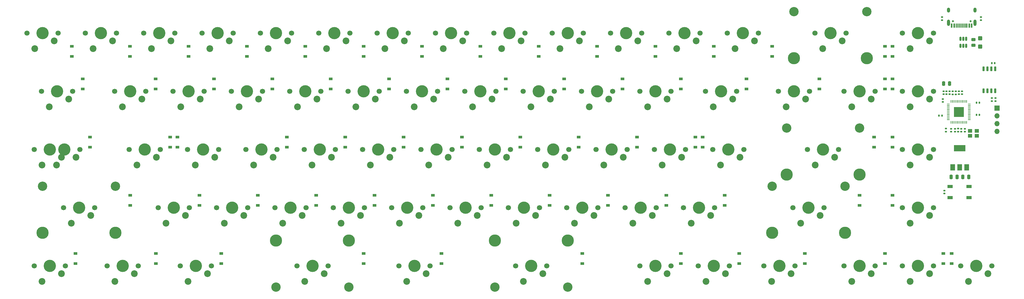
<source format=gbs>
%TF.GenerationSoftware,KiCad,Pcbnew,7.0.11*%
%TF.CreationDate,2024-04-25T10:19:36+05:30*%
%TF.ProjectId,Lexicon 69,4c657869-636f-46e2-9036-392e6b696361,rev?*%
%TF.SameCoordinates,Original*%
%TF.FileFunction,Soldermask,Bot*%
%TF.FilePolarity,Negative*%
%FSLAX46Y46*%
G04 Gerber Fmt 4.6, Leading zero omitted, Abs format (unit mm)*
G04 Created by KiCad (PCBNEW 7.0.11) date 2024-04-25 10:19:36*
%MOMM*%
%LPD*%
G01*
G04 APERTURE LIST*
G04 Aperture macros list*
%AMRoundRect*
0 Rectangle with rounded corners*
0 $1 Rounding radius*
0 $2 $3 $4 $5 $6 $7 $8 $9 X,Y pos of 4 corners*
0 Add a 4 corners polygon primitive as box body*
4,1,4,$2,$3,$4,$5,$6,$7,$8,$9,$2,$3,0*
0 Add four circle primitives for the rounded corners*
1,1,$1+$1,$2,$3*
1,1,$1+$1,$4,$5*
1,1,$1+$1,$6,$7*
1,1,$1+$1,$8,$9*
0 Add four rect primitives between the rounded corners*
20,1,$1+$1,$2,$3,$4,$5,0*
20,1,$1+$1,$4,$5,$6,$7,0*
20,1,$1+$1,$6,$7,$8,$9,0*
20,1,$1+$1,$8,$9,$2,$3,0*%
G04 Aperture macros list end*
%ADD10C,1.700000*%
%ADD11C,4.000000*%
%ADD12C,2.200000*%
%ADD13C,3.048000*%
%ADD14C,3.987800*%
%ADD15RoundRect,0.135000X0.185000X-0.135000X0.185000X0.135000X-0.185000X0.135000X-0.185000X-0.135000X0*%
%ADD16R,1.200000X0.900000*%
%ADD17RoundRect,0.140000X-0.140000X-0.170000X0.140000X-0.170000X0.140000X0.170000X-0.140000X0.170000X0*%
%ADD18RoundRect,0.250000X-0.250000X-0.475000X0.250000X-0.475000X0.250000X0.475000X-0.250000X0.475000X0*%
%ADD19RoundRect,0.140000X-0.170000X0.140000X-0.170000X-0.140000X0.170000X-0.140000X0.170000X0.140000X0*%
%ADD20R,1.400000X1.200000*%
%ADD21R,1.800000X1.100000*%
%ADD22R,1.700000X1.700000*%
%ADD23O,1.700000X1.700000*%
%ADD24RoundRect,0.140000X0.170000X-0.140000X0.170000X0.140000X-0.170000X0.140000X-0.170000X-0.140000X0*%
%ADD25RoundRect,0.140000X0.140000X0.170000X-0.140000X0.170000X-0.140000X-0.170000X0.140000X-0.170000X0*%
%ADD26RoundRect,0.135000X-0.185000X0.135000X-0.185000X-0.135000X0.185000X-0.135000X0.185000X0.135000X0*%
%ADD27RoundRect,0.250000X0.425000X-0.450000X0.425000X0.450000X-0.425000X0.450000X-0.425000X-0.450000X0*%
%ADD28R,1.500000X2.000000*%
%ADD29R,3.800000X2.000000*%
%ADD30RoundRect,0.050000X0.387500X0.050000X-0.387500X0.050000X-0.387500X-0.050000X0.387500X-0.050000X0*%
%ADD31RoundRect,0.050000X0.050000X0.387500X-0.050000X0.387500X-0.050000X-0.387500X0.050000X-0.387500X0*%
%ADD32R,3.200000X3.200000*%
%ADD33RoundRect,0.150000X0.150000X-0.650000X0.150000X0.650000X-0.150000X0.650000X-0.150000X-0.650000X0*%
%ADD34RoundRect,0.150000X0.150000X-0.512500X0.150000X0.512500X-0.150000X0.512500X-0.150000X-0.512500X0*%
%ADD35C,0.650000*%
%ADD36R,0.600000X1.450000*%
%ADD37R,0.300000X1.450000*%
%ADD38O,1.000000X1.600000*%
%ADD39O,1.000000X2.100000*%
%ADD40RoundRect,0.243750X0.456250X-0.243750X0.456250X0.243750X-0.456250X0.243750X-0.456250X-0.243750X0*%
G04 APERTURE END LIST*
D10*
%TO.C,SW68*%
X367030000Y-157162500D03*
D11*
X361950000Y-157162500D03*
D10*
X356870000Y-157162500D03*
D12*
X359410000Y-162242500D03*
X365760000Y-159702500D03*
%TD*%
D13*
%TO.C,REF\u002A\u002A*%
X228593750Y-164147500D03*
D14*
X228593750Y-148907500D03*
D13*
X204793750Y-164147500D03*
D14*
X204793750Y-148907500D03*
%TD*%
D10*
%TO.C,SW8*%
X90805000Y-100012500D03*
D11*
X85725000Y-100012500D03*
D10*
X80645000Y-100012500D03*
D12*
X83185000Y-105092500D03*
X89535000Y-102552500D03*
%TD*%
D10*
%TO.C,SW29*%
X176530000Y-80962500D03*
D11*
X171450000Y-80962500D03*
D10*
X166370000Y-80962500D03*
D12*
X168910000Y-86042500D03*
X175260000Y-83502500D03*
%TD*%
D10*
%TO.C,SW41*%
X233680000Y-80962500D03*
D11*
X228600000Y-80962500D03*
D10*
X223520000Y-80962500D03*
D12*
X226060000Y-86042500D03*
X232410000Y-83502500D03*
%TD*%
D10*
%TO.C,SW39*%
X209867500Y-119062500D03*
D11*
X204787500Y-119062500D03*
D10*
X199707500Y-119062500D03*
D12*
X202247500Y-124142500D03*
X208597500Y-121602500D03*
%TD*%
D10*
%TO.C,SW18*%
X114617500Y-119062500D03*
D11*
X109537500Y-119062500D03*
D10*
X104457500Y-119062500D03*
D12*
X106997500Y-124142500D03*
X113347500Y-121602500D03*
%TD*%
D10*
%TO.C,SW6*%
X64611250Y-157162500D03*
D11*
X59531250Y-157162500D03*
D10*
X54451250Y-157162500D03*
D12*
X56991250Y-162242500D03*
X63341250Y-159702500D03*
%TD*%
D10*
%TO.C,SW79*%
X150336250Y-157162500D03*
D11*
X145256250Y-157162500D03*
D10*
X140176250Y-157162500D03*
D12*
X142716250Y-162242500D03*
X149066250Y-159702500D03*
%TD*%
D10*
%TO.C,SW33*%
X195580000Y-80962500D03*
D11*
X190500000Y-80962500D03*
D10*
X185420000Y-80962500D03*
D12*
X187960000Y-86042500D03*
X194310000Y-83502500D03*
%TD*%
D10*
%TO.C,SW20*%
X138430000Y-80962500D03*
D11*
X133350000Y-80962500D03*
D10*
X128270000Y-80962500D03*
D12*
X130810000Y-86042500D03*
X137160000Y-83502500D03*
%TD*%
D10*
%TO.C,SW47*%
X262255000Y-100012500D03*
D11*
X257175000Y-100012500D03*
D10*
X252095000Y-100012500D03*
D12*
X254635000Y-105092500D03*
X260985000Y-102552500D03*
%TD*%
D10*
%TO.C,SW75*%
X286067500Y-119062500D03*
D11*
X280987500Y-119062500D03*
D10*
X275907500Y-119062500D03*
D12*
X278447500Y-124142500D03*
X284797500Y-121602500D03*
%TD*%
D10*
%TO.C,SW49*%
X238442500Y-138112500D03*
D11*
X233362500Y-138112500D03*
D10*
X228282500Y-138112500D03*
D12*
X230822500Y-143192500D03*
X237172500Y-140652500D03*
%TD*%
D10*
%TO.C,SW57*%
X307498750Y-100012500D03*
D11*
X302418750Y-100012500D03*
D10*
X297338750Y-100012500D03*
D12*
X299878750Y-105092500D03*
X306228750Y-102552500D03*
%TD*%
D10*
%TO.C,SW36*%
X181292500Y-138112500D03*
D11*
X176212500Y-138112500D03*
D10*
X171132500Y-138112500D03*
D12*
X173672500Y-143192500D03*
X180022500Y-140652500D03*
%TD*%
D10*
%TO.C,SW78*%
X112236250Y-157162500D03*
D11*
X107156250Y-157162500D03*
D10*
X102076250Y-157162500D03*
D12*
X104616250Y-162242500D03*
X110966250Y-159702500D03*
%TD*%
D10*
%TO.C,SW59*%
X328930000Y-157162500D03*
D11*
X323850000Y-157162500D03*
D10*
X318770000Y-157162500D03*
D12*
X321310000Y-162242500D03*
X327660000Y-159702500D03*
%TD*%
D10*
%TO.C,SW42*%
X243205000Y-100012500D03*
D11*
X238125000Y-100012500D03*
D10*
X233045000Y-100012500D03*
D12*
X235585000Y-105092500D03*
X241935000Y-102552500D03*
%TD*%
D10*
%TO.C,SW28*%
X143192500Y-138112500D03*
D11*
X138112500Y-138112500D03*
D10*
X133032500Y-138112500D03*
D12*
X135572500Y-143192500D03*
X141922500Y-140652500D03*
%TD*%
D10*
%TO.C,SW38*%
X224155000Y-100012500D03*
D11*
X219075000Y-100012500D03*
D10*
X213995000Y-100012500D03*
D12*
X216535000Y-105092500D03*
X222885000Y-102552500D03*
%TD*%
D13*
%TO.C,REF\u002A\u002A*%
X295281250Y-131127500D03*
D14*
X295281250Y-146367500D03*
D13*
X319081250Y-131127500D03*
D14*
X319081250Y-146367500D03*
%TD*%
D10*
%TO.C,SW22*%
X133667500Y-119062500D03*
D11*
X128587500Y-119062500D03*
D10*
X123507500Y-119062500D03*
D12*
X126047500Y-124142500D03*
X132397500Y-121602500D03*
%TD*%
D10*
%TO.C,SW56*%
X290830000Y-80962500D03*
D11*
X285750000Y-80962500D03*
D10*
X280670000Y-80962500D03*
D12*
X283210000Y-86042500D03*
X289560000Y-83502500D03*
%TD*%
D10*
%TO.C,SW26*%
X167005000Y-100012500D03*
D11*
X161925000Y-100012500D03*
D10*
X156845000Y-100012500D03*
D12*
X159385000Y-105092500D03*
X165735000Y-102552500D03*
%TD*%
D10*
%TO.C,SW31*%
X171767500Y-119062500D03*
D11*
X166687500Y-119062500D03*
D10*
X161607500Y-119062500D03*
D12*
X164147500Y-124142500D03*
X170497500Y-121602500D03*
%TD*%
D10*
%TO.C,SW4*%
X64611250Y-119062500D03*
D11*
X59531250Y-119062500D03*
D10*
X54451250Y-119062500D03*
D12*
X56991250Y-124142500D03*
X63341250Y-121602500D03*
%TD*%
D10*
%TO.C,SW54*%
X257492500Y-138112500D03*
D11*
X252412500Y-138112500D03*
D10*
X247332500Y-138112500D03*
D12*
X249872500Y-143192500D03*
X256222500Y-140652500D03*
%TD*%
D10*
%TO.C,SW30*%
X186055000Y-100012500D03*
D11*
X180975000Y-100012500D03*
D10*
X175895000Y-100012500D03*
D12*
X178435000Y-105092500D03*
X184785000Y-102552500D03*
%TD*%
D10*
%TO.C,SW1*%
X347980000Y-80962500D03*
D11*
X342900000Y-80962500D03*
D10*
X337820000Y-80962500D03*
D12*
X340360000Y-86042500D03*
X346710000Y-83502500D03*
%TD*%
D10*
%TO.C,SW48*%
X247967500Y-119062500D03*
D11*
X242887500Y-119062500D03*
D10*
X237807500Y-119062500D03*
D12*
X240347500Y-124142500D03*
X246697500Y-121602500D03*
%TD*%
D10*
%TO.C,SW40*%
X200342500Y-138112500D03*
D11*
X195262500Y-138112500D03*
D10*
X190182500Y-138112500D03*
D12*
X192722500Y-143192500D03*
X199072500Y-140652500D03*
%TD*%
D13*
%TO.C,REF\u002A\u002A*%
X300043750Y-112077500D03*
D14*
X300043750Y-127317500D03*
D13*
X323843750Y-112077500D03*
D14*
X323843750Y-127317500D03*
%TD*%
D10*
%TO.C,SW21*%
X147955000Y-100012500D03*
D11*
X142875000Y-100012500D03*
D10*
X137795000Y-100012500D03*
D12*
X140335000Y-105092500D03*
X146685000Y-102552500D03*
%TD*%
D13*
%TO.C,REF\u002A\u002A*%
X302425000Y-73977500D03*
D14*
X302425000Y-89217500D03*
D13*
X326225000Y-73977500D03*
D14*
X326225000Y-89217500D03*
%TD*%
D10*
%TO.C,SW17*%
X128905000Y-100012500D03*
D11*
X123825000Y-100012500D03*
D10*
X118745000Y-100012500D03*
D12*
X121285000Y-105092500D03*
X127635000Y-102552500D03*
%TD*%
D10*
%TO.C,SW23*%
X124142500Y-138112500D03*
D11*
X119062500Y-138112500D03*
D10*
X113982500Y-138112500D03*
D12*
X116522500Y-143192500D03*
X122872500Y-140652500D03*
%TD*%
D10*
%TO.C,SW16*%
X119380000Y-80962500D03*
D11*
X114300000Y-80962500D03*
D10*
X109220000Y-80962500D03*
D12*
X111760000Y-86042500D03*
X118110000Y-83502500D03*
%TD*%
D10*
%TO.C,SW51*%
X271780000Y-80962500D03*
D11*
X266700000Y-80962500D03*
D10*
X261620000Y-80962500D03*
D12*
X264160000Y-86042500D03*
X270510000Y-83502500D03*
%TD*%
D10*
%TO.C,SW52*%
X283686250Y-100012500D03*
D11*
X278606250Y-100012500D03*
D10*
X273526250Y-100012500D03*
D12*
X276066250Y-105092500D03*
X282416250Y-102552500D03*
%TD*%
D10*
%TO.C,SW25*%
X157480000Y-80962500D03*
D11*
X152400000Y-80962500D03*
D10*
X147320000Y-80962500D03*
D12*
X149860000Y-86042500D03*
X156210000Y-83502500D03*
%TD*%
D10*
%TO.C,SW12*%
X109855000Y-100012500D03*
D11*
X104775000Y-100012500D03*
D10*
X99695000Y-100012500D03*
D12*
X102235000Y-105092500D03*
X108585000Y-102552500D03*
%TD*%
D10*
%TO.C,SW7*%
X81280000Y-80962500D03*
D11*
X76200000Y-80962500D03*
D10*
X71120000Y-80962500D03*
D12*
X73660000Y-86042500D03*
X80010000Y-83502500D03*
%TD*%
D10*
%TO.C,SW37*%
X214630000Y-80962500D03*
D11*
X209550000Y-80962500D03*
D10*
X204470000Y-80962500D03*
D12*
X207010000Y-86042500D03*
X213360000Y-83502500D03*
%TD*%
D10*
%TO.C,SW43*%
X228917500Y-119062500D03*
D11*
X223837500Y-119062500D03*
D10*
X218757500Y-119062500D03*
D12*
X221297500Y-124142500D03*
X227647500Y-121602500D03*
%TD*%
D10*
%TO.C,SW58*%
X276542500Y-138112500D03*
D11*
X271462500Y-138112500D03*
D10*
X266382500Y-138112500D03*
D12*
X268922500Y-143192500D03*
X275272500Y-140652500D03*
%TD*%
D10*
%TO.C,SW55*%
X281305000Y-157162500D03*
D11*
X276225000Y-157162500D03*
D10*
X271145000Y-157162500D03*
D12*
X273685000Y-162242500D03*
X280035000Y-159702500D03*
%TD*%
D10*
%TO.C,SW50*%
X262255000Y-157162500D03*
D11*
X257175000Y-157162500D03*
D10*
X252095000Y-157162500D03*
D12*
X254635000Y-162242500D03*
X260985000Y-159702500D03*
%TD*%
D13*
%TO.C,REF\u002A\u002A*%
X57156250Y-131127500D03*
D14*
X57156250Y-146367500D03*
D13*
X80956250Y-131127500D03*
D14*
X80956250Y-146367500D03*
%TD*%
D10*
%TO.C,SW64*%
X347980000Y-157162500D03*
D11*
X342900000Y-157162500D03*
D10*
X337820000Y-157162500D03*
D12*
X340360000Y-162242500D03*
X346710000Y-159702500D03*
%TD*%
D10*
%TO.C,SW3*%
X66992500Y-100012500D03*
D11*
X61912500Y-100012500D03*
D10*
X56832500Y-100012500D03*
D12*
X59372500Y-105092500D03*
X65722500Y-102552500D03*
%TD*%
D10*
%TO.C,SW46*%
X252730000Y-80962500D03*
D11*
X247650000Y-80962500D03*
D10*
X242570000Y-80962500D03*
D12*
X245110000Y-86042500D03*
X251460000Y-83502500D03*
%TD*%
D10*
%TO.C,SW15*%
X88423750Y-157162500D03*
D11*
X83343750Y-157162500D03*
D10*
X78263750Y-157162500D03*
D12*
X80803750Y-162242500D03*
X87153750Y-159702500D03*
%TD*%
D10*
%TO.C,SW11*%
X100330000Y-80962500D03*
D11*
X95250000Y-80962500D03*
D10*
X90170000Y-80962500D03*
D12*
X92710000Y-86042500D03*
X99060000Y-83502500D03*
%TD*%
D10*
%TO.C,SW82*%
X302736250Y-157162500D03*
D11*
X297656250Y-157162500D03*
D10*
X292576250Y-157162500D03*
D12*
X295116250Y-162242500D03*
X301466250Y-159702500D03*
%TD*%
D10*
%TO.C,SW27*%
X152717500Y-119062500D03*
D11*
X147637500Y-119062500D03*
D10*
X142557500Y-119062500D03*
D12*
X145097500Y-124142500D03*
X151447500Y-121602500D03*
%TD*%
D10*
%TO.C,SW35*%
X190817500Y-119062500D03*
D11*
X185737500Y-119062500D03*
D10*
X180657500Y-119062500D03*
D12*
X183197500Y-124142500D03*
X189547500Y-121602500D03*
%TD*%
D10*
%TO.C,SW19*%
X105092500Y-138112500D03*
D11*
X100012500Y-138112500D03*
D10*
X94932500Y-138112500D03*
D12*
X97472500Y-143192500D03*
X103822500Y-140652500D03*
%TD*%
D10*
%TO.C,SW67*%
X347980000Y-119062500D03*
D11*
X342900000Y-119062500D03*
D10*
X337820000Y-119062500D03*
D12*
X340360000Y-124142500D03*
X346710000Y-121602500D03*
%TD*%
D10*
%TO.C,SW44*%
X219392500Y-138112500D03*
D11*
X214312500Y-138112500D03*
D10*
X209232500Y-138112500D03*
D12*
X211772500Y-143192500D03*
X218122500Y-140652500D03*
%TD*%
D10*
%TO.C,SW53*%
X267017500Y-119062500D03*
D11*
X261937500Y-119062500D03*
D10*
X256857500Y-119062500D03*
D12*
X259397500Y-124142500D03*
X265747500Y-121602500D03*
%TD*%
D10*
%TO.C,SW77*%
X221773750Y-157162500D03*
D11*
X216693750Y-157162500D03*
D10*
X211613750Y-157162500D03*
D12*
X214153750Y-162242500D03*
X220503750Y-159702500D03*
%TD*%
D10*
%TO.C,SW63*%
X312261250Y-138112500D03*
D11*
X307181250Y-138112500D03*
D10*
X302101250Y-138112500D03*
D12*
X304641250Y-143192500D03*
X310991250Y-140652500D03*
%TD*%
D13*
%TO.C,REF\u002A\u002A*%
X157156250Y-164147500D03*
D14*
X157156250Y-148907500D03*
D13*
X133356250Y-164147500D03*
D14*
X133356250Y-148907500D03*
%TD*%
D10*
%TO.C,SW2*%
X62230000Y-80962500D03*
D11*
X57150000Y-80962500D03*
D10*
X52070000Y-80962500D03*
D12*
X54610000Y-86042500D03*
X60960000Y-83502500D03*
%TD*%
D10*
%TO.C,SW32*%
X162242500Y-138112500D03*
D11*
X157162500Y-138112500D03*
D10*
X152082500Y-138112500D03*
D12*
X154622500Y-143192500D03*
X160972500Y-140652500D03*
%TD*%
D10*
%TO.C,SW5*%
X74136250Y-138112500D03*
D11*
X69056250Y-138112500D03*
D10*
X63976250Y-138112500D03*
D12*
X66516250Y-143192500D03*
X72866250Y-140652500D03*
%TD*%
D10*
%TO.C,SW62*%
X317023750Y-119062500D03*
D11*
X311943750Y-119062500D03*
D10*
X306863750Y-119062500D03*
D12*
X309403750Y-124142500D03*
X315753750Y-121602500D03*
%TD*%
D10*
%TO.C,SW13*%
X95567500Y-119062500D03*
D11*
X90487500Y-119062500D03*
D10*
X85407500Y-119062500D03*
D12*
X87947500Y-124142500D03*
X94297500Y-121602500D03*
%TD*%
D10*
%TO.C,SW70*%
X319405000Y-80962500D03*
D11*
X314325000Y-80962500D03*
D10*
X309245000Y-80962500D03*
D12*
X311785000Y-86042500D03*
X318135000Y-83502500D03*
%TD*%
D10*
%TO.C,SW69*%
X347980000Y-138112500D03*
D11*
X342900000Y-138112500D03*
D10*
X337820000Y-138112500D03*
D12*
X340360000Y-143192500D03*
X346710000Y-140652500D03*
%TD*%
D10*
%TO.C,SW71*%
X328930000Y-100012500D03*
D11*
X323850000Y-100012500D03*
D10*
X318770000Y-100012500D03*
D12*
X321310000Y-105092500D03*
X327660000Y-102552500D03*
%TD*%
D10*
%TO.C,SW24*%
X183673750Y-157162500D03*
D11*
X178593750Y-157162500D03*
D10*
X173513750Y-157162500D03*
D12*
X176053750Y-162242500D03*
X182403750Y-159702500D03*
%TD*%
D10*
%TO.C,SW66*%
X347980000Y-100012500D03*
D11*
X342900000Y-100012500D03*
D10*
X337820000Y-100012500D03*
D12*
X340360000Y-105092500D03*
X346710000Y-102552500D03*
%TD*%
D10*
%TO.C,SW34*%
X205105000Y-100012500D03*
D11*
X200025000Y-100012500D03*
D10*
X194945000Y-100012500D03*
D12*
X197485000Y-105092500D03*
X203835000Y-102552500D03*
%TD*%
D10*
%TO.C,SW9*%
X69373750Y-119062500D03*
D11*
X64293750Y-119062500D03*
D10*
X59213750Y-119062500D03*
D12*
X61753750Y-124142500D03*
X68103750Y-121602500D03*
%TD*%
D15*
%TO.C,R10*%
X355250000Y-101010000D03*
X355250000Y-99990000D03*
%TD*%
D16*
%TO.C,D57*%
X279796875Y-134081250D03*
X279796875Y-137381250D03*
%TD*%
D15*
%TO.C,R11*%
X354250000Y-101010000D03*
X354250000Y-99990000D03*
%TD*%
D16*
%TO.C,D10*%
X104775000Y-88565625D03*
X104775000Y-85265625D03*
%TD*%
D17*
%TO.C,C94*%
X362020000Y-103750000D03*
X362980000Y-103750000D03*
%TD*%
D16*
%TO.C,D47*%
X251221875Y-115031250D03*
X251221875Y-118331250D03*
%TD*%
%TO.C,D36*%
X219150000Y-88565625D03*
X219150000Y-85265625D03*
%TD*%
%TO.C,D54*%
X284559375Y-153131250D03*
X284559375Y-156431250D03*
%TD*%
D18*
%TO.C,C97*%
X351300000Y-97500000D03*
X353200000Y-97500000D03*
%TD*%
D16*
%TO.C,D16*%
X132159375Y-95981250D03*
X132159375Y-99281250D03*
%TD*%
D19*
%TO.C,C92*%
X355000000Y-112270000D03*
X355000000Y-113230000D03*
%TD*%
D16*
%TO.C,D12*%
X98821875Y-115031250D03*
X98821875Y-118331250D03*
%TD*%
%TO.C,D15*%
X123825000Y-88565625D03*
X123825000Y-85265625D03*
%TD*%
D20*
%TO.C,Y2*%
X359900000Y-112950000D03*
X362100000Y-112950000D03*
X362100000Y-114550000D03*
X359900000Y-114550000D03*
%TD*%
D21*
%TO.C,SW65*%
X359600000Y-131150000D03*
X353400000Y-131150000D03*
X359600000Y-134850000D03*
X353400000Y-134850000D03*
%TD*%
D18*
%TO.C,C84*%
X357582000Y-128000000D03*
X359482000Y-128000000D03*
%TD*%
D16*
%TO.C,D30*%
X175021875Y-115031250D03*
X175021875Y-118331250D03*
%TD*%
%TO.C,D27*%
X146446875Y-134081250D03*
X146446875Y-137381250D03*
%TD*%
%TO.C,D17*%
X101203125Y-115031250D03*
X101203125Y-118331250D03*
%TD*%
D22*
%TO.C,J5*%
X368750000Y-105500000D03*
D23*
X368750000Y-108040000D03*
X368750000Y-110580000D03*
X368750000Y-113120000D03*
%TD*%
D16*
%TO.C,D56*%
X310750000Y-95981250D03*
X310750000Y-99281250D03*
%TD*%
%TO.C,D22*%
X127396875Y-134081250D03*
X127396875Y-137381250D03*
%TD*%
%TO.C,D26*%
X155971875Y-115031250D03*
X155971875Y-118331250D03*
%TD*%
%TO.C,D35*%
X184546875Y-134081250D03*
X184546875Y-137381250D03*
%TD*%
%TO.C,D6*%
X85709375Y-88565625D03*
X85709375Y-85265625D03*
%TD*%
%TO.C,D45*%
X257175000Y-88565625D03*
X257175000Y-85265625D03*
%TD*%
%TO.C,D74*%
X161925000Y-153131250D03*
X161925000Y-156431250D03*
%TD*%
%TO.C,D43*%
X222646875Y-134081250D03*
X222646875Y-137381250D03*
%TD*%
%TO.C,D60*%
X334565625Y-88565625D03*
X334565625Y-85265625D03*
%TD*%
D24*
%TO.C,C85*%
X353250000Y-100980000D03*
X353250000Y-100020000D03*
%TD*%
D25*
%TO.C,C90*%
X350730000Y-108000000D03*
X349770000Y-108000000D03*
%TD*%
D16*
%TO.C,D55*%
X295275000Y-88565625D03*
X295275000Y-85265625D03*
%TD*%
%TO.C,D133*%
X334565625Y-115031250D03*
X334565625Y-118331250D03*
%TD*%
%TO.C,D1*%
X66675000Y-88565625D03*
X66675000Y-85265625D03*
%TD*%
D26*
%TO.C,R12*%
X356000000Y-112240000D03*
X356000000Y-113260000D03*
%TD*%
D27*
%TO.C,C82*%
X363250000Y-85350000D03*
X363250000Y-82650000D03*
%TD*%
D28*
%TO.C,U4*%
X358800000Y-124900000D03*
X356500000Y-124900000D03*
D29*
X356500000Y-118600000D03*
D28*
X354200000Y-124900000D03*
%TD*%
D16*
%TO.C,D66*%
X332184375Y-95981250D03*
X332184375Y-99281250D03*
%TD*%
%TO.C,D77*%
X305990625Y-153131250D03*
X305990625Y-156431250D03*
%TD*%
%TO.C,D3*%
X72628125Y-115031250D03*
X72628125Y-118331250D03*
%TD*%
%TO.C,D64*%
X334565625Y-134081250D03*
X334565625Y-137381250D03*
%TD*%
%TO.C,D7*%
X94059375Y-95981250D03*
X94059375Y-99281250D03*
%TD*%
%TO.C,D62*%
X323850000Y-134081250D03*
X323850000Y-137381250D03*
%TD*%
%TO.C,D48*%
X241696875Y-134081250D03*
X241696875Y-137381250D03*
%TD*%
%TO.C,D32*%
X200025000Y-88565625D03*
X200025000Y-85265625D03*
%TD*%
D15*
%TO.C,R2*%
X350750000Y-76760000D03*
X350750000Y-75740000D03*
%TD*%
D16*
%TO.C,D37*%
X227409375Y-95981250D03*
X227409375Y-99281250D03*
%TD*%
%TO.C,D53*%
X260746875Y-134081250D03*
X260746875Y-137381250D03*
%TD*%
%TO.C,D70*%
X272653125Y-115031250D03*
X272653125Y-118331250D03*
%TD*%
D19*
%TO.C,C70*%
X351500000Y-132520000D03*
X351500000Y-133480000D03*
%TD*%
D16*
%TO.C,D20*%
X151209375Y-95981250D03*
X151209375Y-99281250D03*
%TD*%
D25*
%TO.C,C89*%
X367980000Y-90750000D03*
X367020000Y-90750000D03*
%TD*%
D16*
%TO.C,D46*%
X265509375Y-95981250D03*
X265509375Y-99281250D03*
%TD*%
%TO.C,D14*%
X94115625Y-153131250D03*
X94115625Y-156431250D03*
%TD*%
%TO.C,D50*%
X276225000Y-88565625D03*
X276225000Y-85265625D03*
%TD*%
D17*
%TO.C,C93*%
X362020000Y-107750000D03*
X362980000Y-107750000D03*
%TD*%
D15*
%TO.C,R14*%
X367000000Y-103260000D03*
X367000000Y-102240000D03*
%TD*%
D16*
%TO.C,D28*%
X180975000Y-88565625D03*
X180975000Y-85265625D03*
%TD*%
%TO.C,D2*%
X70246875Y-95981250D03*
X70246875Y-99281250D03*
%TD*%
D30*
%TO.C,U5*%
X359687500Y-104150000D03*
X359687500Y-104550000D03*
X359687500Y-104950000D03*
X359687500Y-105350000D03*
X359687500Y-105750000D03*
X359687500Y-106150000D03*
X359687500Y-106550000D03*
X359687500Y-106950000D03*
X359687500Y-107350000D03*
X359687500Y-107750000D03*
X359687500Y-108150000D03*
X359687500Y-108550000D03*
X359687500Y-108950000D03*
X359687500Y-109350000D03*
D31*
X358850000Y-110187500D03*
X358450000Y-110187500D03*
X358050000Y-110187500D03*
X357650000Y-110187500D03*
X357250000Y-110187500D03*
X356850000Y-110187500D03*
X356450000Y-110187500D03*
X356050000Y-110187500D03*
X355650000Y-110187500D03*
X355250000Y-110187500D03*
X354850000Y-110187500D03*
X354450000Y-110187500D03*
X354050000Y-110187500D03*
X353650000Y-110187500D03*
D30*
X352812500Y-109350000D03*
X352812500Y-108950000D03*
X352812500Y-108550000D03*
X352812500Y-108150000D03*
X352812500Y-107750000D03*
X352812500Y-107350000D03*
X352812500Y-106950000D03*
X352812500Y-106550000D03*
X352812500Y-106150000D03*
X352812500Y-105750000D03*
X352812500Y-105350000D03*
X352812500Y-104950000D03*
X352812500Y-104550000D03*
X352812500Y-104150000D03*
D31*
X353650000Y-103312500D03*
X354050000Y-103312500D03*
X354450000Y-103312500D03*
X354850000Y-103312500D03*
X355250000Y-103312500D03*
X355650000Y-103312500D03*
X356050000Y-103312500D03*
X356450000Y-103312500D03*
X356850000Y-103312500D03*
X357250000Y-103312500D03*
X357650000Y-103312500D03*
X358050000Y-103312500D03*
X358450000Y-103312500D03*
X358850000Y-103312500D03*
D32*
X356250000Y-106750000D03*
%TD*%
D15*
%TO.C,R7*%
X352000000Y-113260000D03*
X352000000Y-112240000D03*
%TD*%
D16*
%TO.C,D72*%
X233362500Y-153131250D03*
X233362500Y-156431250D03*
%TD*%
%TO.C,D49*%
X265509375Y-153131250D03*
X265509375Y-156431250D03*
%TD*%
D19*
%TO.C,C80*%
X358250000Y-112270000D03*
X358250000Y-113230000D03*
%TD*%
D16*
%TO.C,D41*%
X246459375Y-95981250D03*
X246459375Y-99281250D03*
%TD*%
%TO.C,D52*%
X270271875Y-115031250D03*
X270271875Y-118331250D03*
%TD*%
D24*
%TO.C,C95*%
X356250000Y-100980000D03*
X356250000Y-100020000D03*
%TD*%
D33*
%TO.C,U6*%
X368155000Y-99850000D03*
X366885000Y-99850000D03*
X365615000Y-99850000D03*
X364345000Y-99850000D03*
X364345000Y-92650000D03*
X365615000Y-92650000D03*
X366885000Y-92650000D03*
X368155000Y-92650000D03*
%TD*%
D16*
%TO.C,D58*%
X332184375Y-153131250D03*
X332184375Y-156431250D03*
%TD*%
%TO.C,D31*%
X165496875Y-134081250D03*
X165496875Y-137381250D03*
%TD*%
%TO.C,D23*%
X187365625Y-153131250D03*
X187365625Y-156431250D03*
%TD*%
%TO.C,D73*%
X115490625Y-153131250D03*
X115490625Y-156431250D03*
%TD*%
%TO.C,D61*%
X328612500Y-115031250D03*
X328612500Y-118331250D03*
%TD*%
D34*
%TO.C,U2*%
X358650000Y-85137500D03*
X357700000Y-85137500D03*
X356750000Y-85137500D03*
X356750000Y-82862500D03*
X357700000Y-82862500D03*
X358650000Y-82862500D03*
%TD*%
D16*
%TO.C,D19*%
X142875000Y-88565625D03*
X142875000Y-85265625D03*
%TD*%
%TO.C,D4*%
X85725000Y-134081250D03*
X85725000Y-137381250D03*
%TD*%
%TO.C,D24*%
X161925000Y-88565625D03*
X161925000Y-85265625D03*
%TD*%
%TO.C,D11*%
X113109375Y-95981250D03*
X113109375Y-99281250D03*
%TD*%
D24*
%TO.C,C88*%
X357250000Y-100980000D03*
X357250000Y-100020000D03*
%TD*%
D16*
%TO.C,D38*%
X213121875Y-115031250D03*
X213121875Y-118331250D03*
%TD*%
D35*
%TO.C,J2*%
X354297500Y-77040000D03*
X360077500Y-77040000D03*
D36*
X353937500Y-78485000D03*
X354737500Y-78485000D03*
D37*
X355937500Y-78485000D03*
X356937500Y-78485000D03*
X357437500Y-78485000D03*
X358437500Y-78485000D03*
D36*
X359637500Y-78485000D03*
X360437500Y-78485000D03*
X360437500Y-78485000D03*
X359637500Y-78485000D03*
D37*
X358937500Y-78485000D03*
X357937500Y-78485000D03*
X356437500Y-78485000D03*
X355437500Y-78485000D03*
D36*
X354737500Y-78485000D03*
X353937500Y-78485000D03*
D38*
X352867500Y-73390000D03*
D39*
X352867500Y-77570000D03*
D38*
X361507500Y-73390000D03*
D39*
X361507500Y-77570000D03*
%TD*%
D16*
%TO.C,D33*%
X208359375Y-95981250D03*
X208359375Y-99281250D03*
%TD*%
D24*
%TO.C,C91*%
X351250000Y-100980000D03*
X351250000Y-100020000D03*
%TD*%
D16*
%TO.C,D39*%
X203596875Y-134081250D03*
X203596875Y-137381250D03*
%TD*%
D18*
%TO.C,C83*%
X353772000Y-128000000D03*
X355672000Y-128000000D03*
%TD*%
D16*
%TO.C,D132*%
X334565625Y-95981250D03*
X334565625Y-99281250D03*
%TD*%
%TO.C,D51*%
X286940625Y-95981250D03*
X286940625Y-99281250D03*
%TD*%
%TO.C,D40*%
X238125000Y-88565625D03*
X238125000Y-85265625D03*
%TD*%
%TO.C,D5*%
X67865625Y-153131250D03*
X67865625Y-156431250D03*
%TD*%
%TO.C,D25*%
X170259375Y-95981250D03*
X170259375Y-99281250D03*
%TD*%
%TO.C,D34*%
X194071875Y-115031250D03*
X194071875Y-118331250D03*
%TD*%
D40*
%TO.C,F1*%
X361000000Y-84937500D03*
X361000000Y-83062500D03*
%TD*%
D16*
%TO.C,D42*%
X232171875Y-115031250D03*
X232171875Y-118331250D03*
%TD*%
D15*
%TO.C,R1*%
X363500000Y-76760000D03*
X363500000Y-75740000D03*
%TD*%
D16*
%TO.C,D21*%
X136921875Y-115031250D03*
X136921875Y-118331250D03*
%TD*%
%TO.C,D65*%
X332184375Y-88565625D03*
X332184375Y-85265625D03*
%TD*%
%TO.C,D18*%
X108346875Y-134081250D03*
X108346875Y-137381250D03*
%TD*%
D24*
%TO.C,C96*%
X351000000Y-103480000D03*
X351000000Y-102520000D03*
%TD*%
D19*
%TO.C,C87*%
X353750000Y-112270000D03*
X353750000Y-113230000D03*
%TD*%
%TO.C,C81*%
X357000000Y-112270000D03*
X357000000Y-113230000D03*
%TD*%
D15*
%TO.C,R13*%
X368250000Y-103260000D03*
X368250000Y-102240000D03*
%TD*%
D16*
%TO.C,D134*%
X353915625Y-153131250D03*
X353915625Y-156431250D03*
%TD*%
%TO.C,D63*%
X351234375Y-153131250D03*
X351234375Y-156431250D03*
%TD*%
%TO.C,D29*%
X189309375Y-95981250D03*
X189309375Y-99281250D03*
%TD*%
D24*
%TO.C,C86*%
X352250000Y-100980000D03*
X352250000Y-100020000D03*
%TD*%
M02*

</source>
